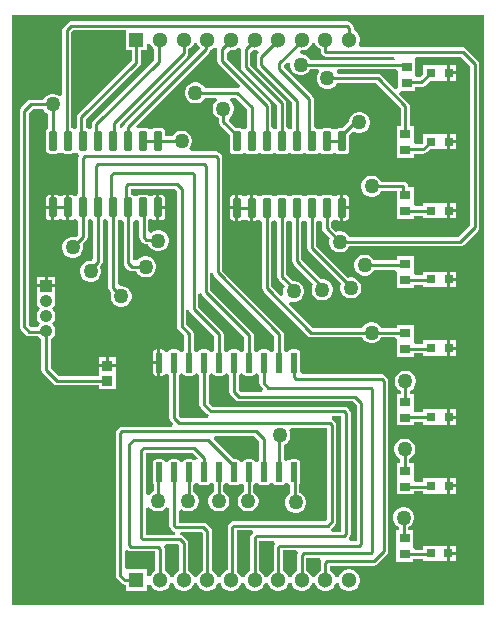
<source format=gtl>
G04*
G04 #@! TF.GenerationSoftware,Altium Limited,Altium Designer,25.2.1 (25)*
G04*
G04 Layer_Physical_Order=1*
G04 Layer_Color=255*
%FSLAX44Y44*%
%MOMM*%
G71*
G04*
G04 #@! TF.SameCoordinates,3A3D6F5A-BCF4-428E-B5E6-7A3BCBBF857E*
G04*
G04*
G04 #@! TF.FilePolarity,Positive*
G04*
G01*
G75*
%ADD14C,0.2540*%
%ADD15R,0.8000X0.8000*%
G04:AMPARAMS|DCode=16|XSize=0.65mm|YSize=1.65mm|CornerRadius=0.0488mm|HoleSize=0mm|Usage=FLASHONLY|Rotation=180.000|XOffset=0mm|YOffset=0mm|HoleType=Round|Shape=RoundedRectangle|*
%AMROUNDEDRECTD16*
21,1,0.6500,1.5525,0,0,180.0*
21,1,0.5525,1.6500,0,0,180.0*
1,1,0.0975,-0.2763,0.7763*
1,1,0.0975,0.2763,0.7763*
1,1,0.0975,0.2763,-0.7763*
1,1,0.0975,-0.2763,-0.7763*
%
%ADD16ROUNDEDRECTD16*%
G04:AMPARAMS|DCode=17|XSize=0.55mm|YSize=1.7mm|CornerRadius=0.0495mm|HoleSize=0mm|Usage=FLASHONLY|Rotation=0.000|XOffset=0mm|YOffset=0mm|HoleType=Round|Shape=RoundedRectangle|*
%AMROUNDEDRECTD17*
21,1,0.5500,1.6010,0,0,0.0*
21,1,0.4510,1.7000,0,0,0.0*
1,1,0.0990,0.2255,-0.8005*
1,1,0.0990,-0.2255,-0.8005*
1,1,0.0990,-0.2255,0.8005*
1,1,0.0990,0.2255,0.8005*
%
%ADD17ROUNDEDRECTD17*%
%ADD18R,0.9500X0.8000*%
%ADD19R,0.9500X0.9500*%
%ADD25R,1.3000X1.3000*%
%ADD26C,1.3000*%
%ADD30C,1.0500*%
%ADD31R,1.0500X1.0500*%
%ADD32C,1.2700*%
G36*
X1099000Y604000D02*
X1096460Y604000D01*
X699000D01*
Y1103629D01*
X701386Y1104000D01*
X1099000D01*
Y604000D01*
D02*
G37*
%LPC*%
G36*
X1070020Y1061290D02*
Y1056020D01*
X1075290D01*
Y1061290D01*
X1070020D01*
D02*
G37*
G36*
X1075290Y1053480D02*
X1070020D01*
Y1048210D01*
X1075290D01*
Y1053480D01*
D02*
G37*
G36*
X1070020Y1003004D02*
Y997734D01*
X1075290D01*
Y1003004D01*
X1070020D01*
D02*
G37*
G36*
X1075290Y995194D02*
X1070020D01*
Y989924D01*
X1075290D01*
Y995194D01*
D02*
G37*
G36*
X745230Y951600D02*
X743738D01*
X742557Y951365D01*
X741564Y950701D01*
X741551Y950695D01*
X738749D01*
X738737Y950701D01*
X737744Y951365D01*
X736563Y951600D01*
X735070D01*
Y940750D01*
Y929901D01*
X736563D01*
X737744Y930136D01*
X738737Y930799D01*
X738749Y930805D01*
X741551D01*
X741564Y930799D01*
X742557Y930136D01*
X743738Y929901D01*
X745230D01*
Y940750D01*
Y951600D01*
D02*
G37*
G36*
X900980Y951350D02*
X899488D01*
X898307Y951115D01*
X897314Y950452D01*
X897301Y950446D01*
X894499D01*
X894487Y950452D01*
X893494Y951115D01*
X892313Y951350D01*
X890820D01*
Y940501D01*
Y929651D01*
X892313D01*
X893494Y929886D01*
X894487Y930549D01*
X894499Y930555D01*
X897301D01*
X897314Y930549D01*
X898307Y929886D01*
X899488Y929651D01*
X900980D01*
Y940501D01*
Y951350D01*
D02*
G37*
G36*
X823970Y951600D02*
Y942020D01*
X828549D01*
Y948513D01*
X828315Y949694D01*
X827645Y950695D01*
X826644Y951365D01*
X825463Y951600D01*
X823970D01*
D02*
G37*
G36*
X732530D02*
X731038D01*
X729856Y951365D01*
X728855Y950695D01*
X728186Y949694D01*
X727951Y948513D01*
Y942020D01*
X732530D01*
Y951600D01*
D02*
G37*
G36*
X979720Y951350D02*
Y941771D01*
X984300D01*
Y948263D01*
X984065Y949444D01*
X983395Y950446D01*
X982394Y951115D01*
X981213Y951350D01*
X979720D01*
D02*
G37*
G36*
X888280D02*
X886788D01*
X885607Y951115D01*
X884605Y950446D01*
X883936Y949444D01*
X883701Y948263D01*
Y941771D01*
X888280D01*
Y951350D01*
D02*
G37*
G36*
X1070020Y944718D02*
Y939448D01*
X1075290D01*
Y944718D01*
X1070020D01*
D02*
G37*
G36*
X1075290Y936908D02*
X1070020D01*
Y931638D01*
X1075290D01*
Y936908D01*
D02*
G37*
G36*
X1004920Y967640D02*
X1002580D01*
X1000319Y967034D01*
X998291Y965864D01*
X996636Y964209D01*
X995466Y962181D01*
X994860Y959920D01*
Y957580D01*
X995466Y955319D01*
X996636Y953291D01*
X998291Y951636D01*
X1000319Y950466D01*
X1002580Y949860D01*
X1004920D01*
X1007181Y950466D01*
X1009209Y951636D01*
X1010864Y953291D01*
X1011773Y954865D01*
X1024710D01*
Y946866D01*
X1024710Y944746D01*
X1024710Y942206D01*
Y931246D01*
X1039290D01*
Y933901D01*
X1047210D01*
Y931638D01*
X1059670D01*
X1060290Y931638D01*
X1062210D01*
X1062830Y931638D01*
X1067480D01*
Y938178D01*
Y944718D01*
X1062830D01*
X1062210Y944718D01*
X1060290D01*
X1059670Y944718D01*
X1047210D01*
Y941670D01*
X1041086D01*
X1039290Y943466D01*
Y944326D01*
X1039290Y946866D01*
Y957826D01*
X1034397D01*
Y958750D01*
X1034101Y960237D01*
X1033259Y961497D01*
X1031999Y962339D01*
X1030512Y962635D01*
X1011773D01*
X1010864Y964209D01*
X1009209Y965864D01*
X1007181Y967034D01*
X1004920Y967640D01*
D02*
G37*
G36*
X828549Y939480D02*
X823970D01*
Y929901D01*
X825463D01*
X826644Y930136D01*
X827645Y930805D01*
X828315Y931806D01*
X828549Y932988D01*
Y939480D01*
D02*
G37*
G36*
X732530D02*
X727951D01*
Y932988D01*
X728186Y931806D01*
X728855Y930805D01*
X729856Y930136D01*
X731038Y929901D01*
X732530D01*
Y939480D01*
D02*
G37*
G36*
X984300Y939231D02*
X979720D01*
Y929651D01*
X981213D01*
X982394Y929886D01*
X983395Y930555D01*
X984065Y931557D01*
X984300Y932738D01*
Y939231D01*
D02*
G37*
G36*
X888280D02*
X883701D01*
Y932738D01*
X883936Y931557D01*
X884605Y930555D01*
X885607Y929886D01*
X886788Y929651D01*
X888280D01*
Y939231D01*
D02*
G37*
G36*
X983012Y1098384D02*
X749000D01*
X747513Y1098089D01*
X746253Y1097246D01*
X742878Y1093872D01*
X742036Y1092612D01*
X741740Y1091125D01*
Y1036174D01*
X739209Y1035114D01*
X737181Y1036284D01*
X734920Y1036890D01*
X732580D01*
X730319Y1036284D01*
X728291Y1035114D01*
X726636Y1033459D01*
X725727Y1031885D01*
X715000D01*
X713513Y1031589D01*
X712253Y1030747D01*
X706753Y1025247D01*
X705911Y1023987D01*
X705615Y1022500D01*
Y840000D01*
X705911Y838513D01*
X706753Y837253D01*
X711003Y833003D01*
X712263Y832161D01*
X713750Y831865D01*
X721507D01*
X721766Y831417D01*
X723217Y829967D01*
X724115Y829448D01*
Y803250D01*
X724411Y801763D01*
X725253Y800503D01*
X734253Y791503D01*
X735513Y790661D01*
X737000Y790365D01*
X772710D01*
Y786960D01*
X787290D01*
Y799460D01*
Y805480D01*
X780000D01*
X772710D01*
Y798135D01*
X738609D01*
X731885Y804859D01*
Y829448D01*
X732783Y829967D01*
X734233Y831417D01*
X735259Y833193D01*
X735790Y835174D01*
Y837226D01*
X735259Y839207D01*
X734233Y840983D01*
X732883Y842550D01*
X734233Y844117D01*
X735259Y845893D01*
X735790Y847875D01*
Y849926D01*
X735259Y851907D01*
X734233Y853683D01*
X732883Y855250D01*
X734233Y856817D01*
X735259Y858593D01*
X735790Y860574D01*
Y862626D01*
X735430Y863970D01*
X735790Y866510D01*
X735790D01*
Y873030D01*
X728000D01*
X720210D01*
Y866510D01*
X720210Y866510D01*
X720570Y863970D01*
X720210Y862626D01*
Y860574D01*
X720741Y858593D01*
X721766Y856817D01*
X723116Y855250D01*
X721766Y853683D01*
X720741Y851907D01*
X720210Y849926D01*
Y847875D01*
X720741Y845893D01*
X721766Y844117D01*
X723116Y842550D01*
X721766Y840983D01*
X720988Y839635D01*
X715359D01*
X713385Y841609D01*
Y1020891D01*
X716609Y1024115D01*
X725727D01*
X726636Y1022541D01*
X728291Y1020886D01*
X729891Y1019963D01*
Y1007871D01*
X729856Y1007864D01*
X728855Y1007195D01*
X728186Y1006194D01*
X727951Y1005012D01*
Y989488D01*
X728186Y988306D01*
X728855Y987305D01*
X729856Y986636D01*
X731038Y986401D01*
X736563D01*
X737744Y986636D01*
X738737Y987299D01*
X738749Y987305D01*
X741551D01*
X741564Y987299D01*
X742557Y986636D01*
X743738Y986401D01*
X749263D01*
X750444Y986636D01*
X751437Y987299D01*
X751449Y987305D01*
X754251D01*
X754264Y987299D01*
X754509Y987135D01*
X755262Y986578D01*
X755523Y983993D01*
X755316Y982950D01*
Y952872D01*
X754302Y950727D01*
X754302Y950726D01*
X754248Y950701D01*
X752850Y950698D01*
X751452Y950701D01*
X751399Y950726D01*
X750444Y951365D01*
X749263Y951600D01*
X749263Y951600D01*
X749180Y951600D01*
X747770D01*
Y940750D01*
Y929901D01*
X749180D01*
X749263Y929901D01*
X749263Y929901D01*
X750444Y930136D01*
X751399Y930774D01*
X751452Y930799D01*
X752850Y930803D01*
X753088Y930802D01*
X755272Y928786D01*
X755340Y928645D01*
Y917334D01*
X753426Y915420D01*
X751670Y915890D01*
X749330D01*
X747069Y915284D01*
X745041Y914114D01*
X743386Y912459D01*
X742216Y910431D01*
X741610Y908170D01*
Y905830D01*
X742216Y903569D01*
X743386Y901541D01*
X745041Y899886D01*
X747069Y898716D01*
X749330Y898110D01*
X751670D01*
X753931Y898716D01*
X755959Y899886D01*
X757614Y901541D01*
X758784Y903569D01*
X759390Y905830D01*
Y908170D01*
X758920Y909926D01*
X761972Y912978D01*
X762814Y914239D01*
X763110Y915725D01*
Y930129D01*
X763144Y930136D01*
X764137Y930799D01*
X764149Y930805D01*
X765758D01*
X768016Y928706D01*
Y897820D01*
X766920Y895640D01*
X764580D01*
X762319Y895034D01*
X760291Y893864D01*
X758636Y892209D01*
X757466Y890181D01*
X756860Y887920D01*
Y885580D01*
X757466Y883319D01*
X758636Y881291D01*
X760291Y879636D01*
X762319Y878466D01*
X764580Y877860D01*
X766920D01*
X769181Y878466D01*
X771209Y879636D01*
X772864Y881291D01*
X774034Y883319D01*
X774640Y885580D01*
Y887920D01*
X774034Y890181D01*
X773512Y891086D01*
X774647Y892221D01*
X775489Y893482D01*
X775785Y894968D01*
Y930124D01*
X775844Y930136D01*
X776837Y930799D01*
X776849Y930805D01*
X778458D01*
X780716Y928706D01*
Y872969D01*
X781011Y871482D01*
X781853Y870222D01*
X783201Y868875D01*
X782610Y866670D01*
Y864330D01*
X783216Y862069D01*
X784386Y860041D01*
X786041Y858386D01*
X788069Y857216D01*
X790330Y856610D01*
X792670D01*
X794931Y857216D01*
X796959Y858386D01*
X798614Y860041D01*
X799784Y862069D01*
X800390Y864330D01*
Y866670D01*
X799784Y868931D01*
X798614Y870959D01*
X796959Y872614D01*
X794931Y873784D01*
X792670Y874390D01*
X790330D01*
X788485Y876525D01*
Y928629D01*
X789159Y930056D01*
X791831Y930421D01*
X793604Y928838D01*
X793641Y928779D01*
Y893475D01*
X793936Y891988D01*
X794778Y890728D01*
X797753Y887753D01*
X799013Y886911D01*
X800500Y886615D01*
X804228D01*
X805136Y885041D01*
X806791Y883386D01*
X808819Y882216D01*
X811080Y881610D01*
X813420D01*
X815681Y882216D01*
X817709Y883386D01*
X819364Y885041D01*
X820534Y887069D01*
X821140Y889330D01*
Y891670D01*
X820534Y893931D01*
X819364Y895959D01*
X817709Y897614D01*
X815681Y898784D01*
X813420Y899390D01*
X811080D01*
X808819Y898784D01*
X806791Y897614D01*
X805136Y895959D01*
X802315Y896152D01*
X801410Y896994D01*
Y928789D01*
X803720Y930802D01*
X804676Y930800D01*
X806865Y929090D01*
Y915500D01*
X807161Y914013D01*
X808003Y912753D01*
X810093Y910663D01*
X811353Y909821D01*
X812840Y909525D01*
X814660D01*
X814716Y909319D01*
X815886Y907291D01*
X817541Y905636D01*
X819569Y904466D01*
X821830Y903860D01*
X824170D01*
X826431Y904466D01*
X828459Y905636D01*
X830114Y907291D01*
X831284Y909319D01*
X831890Y911580D01*
Y913920D01*
X831284Y916181D01*
X830114Y918209D01*
X828459Y919864D01*
X826431Y921034D01*
X824170Y921640D01*
X821830D01*
X819569Y921034D01*
X817541Y919864D01*
X817175Y919497D01*
X814635Y920549D01*
Y928329D01*
X814899Y930774D01*
X814899Y930774D01*
X814952Y930799D01*
X816350Y930803D01*
X817748Y930799D01*
X817802Y930774D01*
X818756Y930136D01*
X819938Y929901D01*
X819938Y929901D01*
X820021Y929901D01*
X821430D01*
Y940750D01*
Y951600D01*
X820021D01*
X819938Y951600D01*
X819938Y951600D01*
X818756Y951365D01*
X817802Y950726D01*
X817748Y950701D01*
X816350Y950698D01*
X814952Y950701D01*
X814899Y950726D01*
X813944Y951365D01*
X812763Y951600D01*
X812763Y951600D01*
X812680Y951600D01*
X807321D01*
X807238Y951600D01*
X807238Y951600D01*
X806057Y951365D01*
X805102Y950726D01*
X805048Y950701D01*
X803650Y950698D01*
X802253Y950701D01*
X802199Y950726D01*
X801244Y951365D01*
X800063Y951600D01*
X800063Y951600D01*
X799935Y951727D01*
Y956615D01*
X837403D01*
X838975Y955043D01*
Y840140D01*
X839271Y838653D01*
X840113Y837393D01*
X845115Y832391D01*
Y820067D01*
X844557Y819694D01*
X843977Y818825D01*
X842958Y818690D01*
X842342D01*
X841323Y818825D01*
X840743Y819694D01*
X839739Y820364D01*
X838555Y820600D01*
X834045D01*
X832861Y820364D01*
X831857Y819694D01*
X831277Y818825D01*
X830258Y818690D01*
X829642D01*
X828623Y818825D01*
X828043Y819694D01*
X827039Y820364D01*
X825855Y820600D01*
X824870D01*
Y809500D01*
Y798401D01*
X825855D01*
X827039Y798636D01*
X828043Y799307D01*
X828623Y800176D01*
X829642Y800311D01*
X830258D01*
X831277Y800176D01*
X831857Y799307D01*
X832415Y798934D01*
Y762700D01*
X832711Y761213D01*
X833553Y759953D01*
X835832Y757675D01*
X834780Y755135D01*
X792488D01*
X791001Y754839D01*
X789741Y753997D01*
X788253Y752509D01*
X787411Y751249D01*
X787115Y749762D01*
Y629000D01*
X787411Y627514D01*
X788253Y626253D01*
X792003Y622503D01*
X793263Y621661D01*
X794750Y621365D01*
X795460D01*
Y616210D01*
X813540D01*
Y621413D01*
X816076Y621761D01*
X817266Y619699D01*
X818950Y618016D01*
X821011Y616826D01*
X823310Y616210D01*
X825690D01*
X827990Y616826D01*
X830051Y618016D01*
X831734Y619699D01*
X832924Y621761D01*
X833185Y622736D01*
X835815D01*
X836076Y621761D01*
X837266Y619699D01*
X838950Y618016D01*
X841011Y616826D01*
X843310Y616210D01*
X845690D01*
X847990Y616826D01*
X850051Y618016D01*
X851734Y619699D01*
X852924Y621761D01*
X853185Y622736D01*
X855815D01*
X856076Y621761D01*
X857266Y619699D01*
X858950Y618016D01*
X861011Y616826D01*
X863310Y616210D01*
X865690D01*
X867990Y616826D01*
X870051Y618016D01*
X871734Y619699D01*
X872924Y621761D01*
X873185Y622736D01*
X875815D01*
X876076Y621761D01*
X877266Y619699D01*
X878949Y618016D01*
X881011Y616826D01*
X883310Y616210D01*
X885690D01*
X887989Y616826D01*
X890051Y618016D01*
X891734Y619699D01*
X892924Y621761D01*
X893185Y622736D01*
X895815D01*
X896076Y621761D01*
X897266Y619699D01*
X898949Y618016D01*
X901011Y616826D01*
X903310Y616210D01*
X905690D01*
X907989Y616826D01*
X910051Y618016D01*
X911734Y619699D01*
X912924Y621761D01*
X913185Y622736D01*
X915815D01*
X916076Y621761D01*
X917266Y619699D01*
X918949Y618016D01*
X921011Y616826D01*
X923310Y616210D01*
X925690D01*
X927989Y616826D01*
X930051Y618016D01*
X931734Y619699D01*
X932924Y621761D01*
X933185Y622736D01*
X935815D01*
X936076Y621761D01*
X937266Y619699D01*
X938949Y618016D01*
X941011Y616826D01*
X943310Y616210D01*
X945690D01*
X947989Y616826D01*
X950051Y618016D01*
X951734Y619699D01*
X952924Y621761D01*
X953185Y622736D01*
X955815D01*
X956076Y621761D01*
X957266Y619699D01*
X958949Y618016D01*
X961011Y616826D01*
X963310Y616210D01*
X965690D01*
X967989Y616826D01*
X970051Y618016D01*
X971734Y619699D01*
X972924Y621761D01*
X973185Y622736D01*
X975815D01*
X976076Y621761D01*
X977266Y619699D01*
X978949Y618016D01*
X981011Y616826D01*
X983310Y616210D01*
X985690D01*
X987989Y616826D01*
X990051Y618016D01*
X991734Y619699D01*
X992924Y621761D01*
X993540Y624060D01*
Y626440D01*
X992924Y628739D01*
X991734Y630801D01*
X990051Y632484D01*
X987989Y633674D01*
X985690Y634290D01*
X983310D01*
X981011Y633674D01*
X978949Y632484D01*
X977266Y630801D01*
X976076Y628739D01*
X975815Y627764D01*
X973185D01*
X972924Y628739D01*
X971734Y630801D01*
X970051Y632484D01*
X968385Y633446D01*
Y637365D01*
X1005500D01*
X1006987Y637661D01*
X1008247Y638503D01*
X1016747Y647003D01*
X1017589Y648263D01*
X1017885Y649750D01*
Y794012D01*
X1017589Y795499D01*
X1016747Y796759D01*
X1015259Y798247D01*
X1013999Y799089D01*
X1012512Y799385D01*
X945217D01*
X943250Y801495D01*
Y817505D01*
X943014Y818689D01*
X942343Y819694D01*
X941339Y820364D01*
X940155Y820600D01*
X935645D01*
X934461Y820364D01*
X933457Y819694D01*
X932877Y818825D01*
X931858Y818690D01*
X931242D01*
X930223Y818825D01*
X929643Y819694D01*
X929085Y820067D01*
Y833800D01*
X928789Y835286D01*
X927947Y836547D01*
X877135Y887359D01*
Y983012D01*
X876839Y984499D01*
X875997Y985759D01*
X874509Y987247D01*
X873249Y988089D01*
X871762Y988385D01*
X850299D01*
X849247Y990925D01*
X849864Y991541D01*
X851034Y993569D01*
X851640Y995830D01*
Y998170D01*
X851034Y1000431D01*
X849864Y1002459D01*
X848209Y1004114D01*
X846181Y1005284D01*
X843920Y1005890D01*
X841580D01*
X839319Y1005284D01*
X837291Y1004114D01*
X835636Y1002459D01*
X834727Y1000885D01*
X828549D01*
Y1005012D01*
X828315Y1006194D01*
X827645Y1007195D01*
X826644Y1007864D01*
X825463Y1008099D01*
X819938D01*
X818756Y1007864D01*
X817764Y1007201D01*
X817751Y1007195D01*
X814949D01*
X814937Y1007201D01*
X813944Y1007864D01*
X812763Y1008099D01*
X807238D01*
X806057Y1007864D01*
X803849Y1009444D01*
X803729Y1009735D01*
X865872Y1071878D01*
X866714Y1073138D01*
X866892Y1074032D01*
X867990Y1074326D01*
X870051Y1075516D01*
X870710Y1076175D01*
X872506Y1075484D01*
X873115Y1074989D01*
Y1064750D01*
X873411Y1063263D01*
X874253Y1062003D01*
X892038Y1044218D01*
X891433Y1041492D01*
X891285Y1041379D01*
X890000Y1041635D01*
X862523D01*
X861614Y1043209D01*
X859959Y1044864D01*
X857931Y1046034D01*
X855670Y1046640D01*
X853330D01*
X851069Y1046034D01*
X849041Y1044864D01*
X847386Y1043209D01*
X846216Y1041181D01*
X845610Y1038920D01*
Y1036580D01*
X846216Y1034319D01*
X847386Y1032291D01*
X849041Y1030636D01*
X851069Y1029466D01*
X853330Y1028860D01*
X855670D01*
X857931Y1029466D01*
X859959Y1030636D01*
X861614Y1032291D01*
X862523Y1033865D01*
X871794D01*
X872499Y1031505D01*
X872503Y1031325D01*
X870886Y1029709D01*
X869716Y1027681D01*
X869110Y1025420D01*
Y1023080D01*
X869716Y1020819D01*
X870886Y1018791D01*
X872541Y1017136D01*
X874115Y1016227D01*
Y1013551D01*
X874411Y1012064D01*
X875253Y1010804D01*
X883701Y1002356D01*
Y989238D01*
X883936Y988057D01*
X884605Y987055D01*
X885607Y986386D01*
X886788Y986151D01*
X892230D01*
X892313Y986151D01*
X892313Y986151D01*
X893494Y986386D01*
X894449Y987024D01*
X894503Y987049D01*
X895900Y987053D01*
X897298Y987049D01*
X897352Y987024D01*
X898307Y986386D01*
X899488Y986151D01*
X899488Y986151D01*
X899571Y986151D01*
X904930D01*
X905013Y986151D01*
X905013Y986151D01*
X906194Y986386D01*
X907149Y987024D01*
X907203Y987049D01*
X908600Y987053D01*
X909998Y987049D01*
X910052Y987024D01*
X911006Y986386D01*
X912188Y986151D01*
X912188Y986151D01*
X912271Y986151D01*
X917713D01*
X918894Y986386D01*
X919887Y987049D01*
X919899Y987055D01*
X922701D01*
X922714Y987049D01*
X923707Y986386D01*
X924888Y986151D01*
X930413D01*
X931594Y986386D01*
X932587Y987049D01*
X932599Y987055D01*
X935401D01*
X935414Y987049D01*
X936406Y986386D01*
X937588Y986151D01*
X943113D01*
X944294Y986386D01*
X945287Y987049D01*
X945299Y987055D01*
X948101D01*
X948114Y987049D01*
X949107Y986386D01*
X950288Y986151D01*
X955730D01*
X955813Y986151D01*
X955813Y986151D01*
X956994Y986386D01*
X957949Y987024D01*
X958003Y987049D01*
X959400Y987053D01*
X960798Y987049D01*
X960852Y987024D01*
X961806Y986386D01*
X962988Y986151D01*
X962988Y986151D01*
X963071Y986151D01*
X968513D01*
X969694Y986386D01*
X970687Y987049D01*
X970699Y987055D01*
X973501D01*
X973514Y987049D01*
X974507Y986386D01*
X975688Y986151D01*
X981213D01*
X982394Y986386D01*
X983395Y987055D01*
X984065Y988057D01*
X984300Y989238D01*
Y1002356D01*
X987686Y1005742D01*
X987791Y1005636D01*
X989819Y1004466D01*
X992080Y1003860D01*
X994420D01*
X996681Y1004466D01*
X998709Y1005636D01*
X1000364Y1007291D01*
X1001534Y1009319D01*
X1002140Y1011580D01*
Y1013920D01*
X1001534Y1016181D01*
X1000364Y1018209D01*
X998709Y1019864D01*
X996681Y1021034D01*
X994420Y1021640D01*
X992080D01*
X989819Y1021034D01*
X987791Y1019864D01*
X986136Y1018209D01*
X984966Y1016181D01*
X984360Y1013920D01*
Y1013404D01*
X978806Y1007850D01*
X975688D01*
X974507Y1007615D01*
X973514Y1006951D01*
X973501Y1006945D01*
X970699D01*
X970687Y1006951D01*
X969694Y1007615D01*
X968513Y1007850D01*
X963071D01*
X962988Y1007850D01*
X962988Y1007850D01*
X961806Y1007615D01*
X960852Y1006977D01*
X960798Y1006951D01*
X959400Y1006948D01*
X958003Y1006951D01*
X957949Y1006977D01*
X956994Y1007615D01*
X955813Y1007850D01*
X955813Y1007850D01*
X954635Y1009936D01*
Y1032750D01*
X954339Y1034237D01*
X953497Y1035497D01*
X929385Y1059609D01*
Y1061173D01*
X932291Y1064080D01*
X934335Y1063058D01*
X934610Y1062806D01*
Y1060580D01*
X935216Y1058319D01*
X936386Y1056291D01*
X938041Y1054636D01*
X940069Y1053466D01*
X942330Y1052860D01*
X944670D01*
X946931Y1053466D01*
X948959Y1054636D01*
X950614Y1056291D01*
X951523Y1057865D01*
X957951D01*
X958909Y1055919D01*
X959059Y1055325D01*
X957966Y1053431D01*
X957360Y1051170D01*
Y1048830D01*
X957966Y1046569D01*
X959136Y1044541D01*
X960791Y1042886D01*
X962819Y1041716D01*
X965080Y1041110D01*
X967420D01*
X969681Y1041716D01*
X971709Y1042886D01*
X973364Y1044541D01*
X974273Y1046115D01*
X1007141D01*
X1028115Y1025141D01*
Y1009433D01*
X1024710D01*
Y998473D01*
X1024710Y996353D01*
X1024710Y993813D01*
Y982853D01*
X1039290D01*
Y986365D01*
X1047536D01*
X1049023Y986661D01*
X1050283Y987503D01*
X1052704Y989924D01*
X1059670D01*
X1060290Y989924D01*
X1062210D01*
X1062830Y989924D01*
X1067480D01*
Y996464D01*
Y1003004D01*
X1062830D01*
X1062210Y1003004D01*
X1060290D01*
X1059670Y1003004D01*
X1047210D01*
Y995418D01*
X1045927Y994135D01*
X1040067D01*
X1039290Y996353D01*
X1039290Y998473D01*
Y1009433D01*
X1035885D01*
Y1026750D01*
X1035589Y1028237D01*
X1034747Y1029497D01*
X1027074Y1037170D01*
X1028126Y1039710D01*
X1040540D01*
Y1042865D01*
X1045750D01*
X1047237Y1043161D01*
X1048497Y1044003D01*
X1052704Y1048210D01*
X1059670D01*
X1060290Y1048210D01*
X1062210D01*
X1062830Y1048210D01*
X1067480D01*
Y1054750D01*
Y1061290D01*
X1062830D01*
X1062210Y1061290D01*
X1060290D01*
X1059670Y1061290D01*
X1047210D01*
Y1053704D01*
X1044661Y1051154D01*
X1041816D01*
X1040540Y1052431D01*
X1040540Y1055330D01*
Y1066015D01*
X1040540Y1066290D01*
X1041203Y1068556D01*
X1079371D01*
X1087115Y1060811D01*
Y925609D01*
X1077141Y915635D01*
X984772D01*
X983864Y917209D01*
X982209Y918864D01*
X980181Y920034D01*
X977920Y920640D01*
X975580D01*
X973824Y920170D01*
X969385Y924609D01*
Y928546D01*
X970649Y930524D01*
X970649Y930524D01*
X970703Y930550D01*
X972100Y930553D01*
X973498Y930550D01*
X973552Y930524D01*
X974507Y929886D01*
X975688Y929651D01*
X975688Y929651D01*
X975771Y929651D01*
X977180D01*
Y940501D01*
Y951350D01*
X975771D01*
X975688Y951350D01*
X975688Y951350D01*
X974507Y951115D01*
X973552Y950477D01*
X973498Y950452D01*
X972100Y950448D01*
X970703Y950452D01*
X970649Y950477D01*
X969694Y951115D01*
X968513Y951350D01*
X968513Y951350D01*
X968429Y951350D01*
X963071D01*
X962988Y951350D01*
X962988Y951350D01*
X961806Y951115D01*
X960852Y950477D01*
X960798Y950452D01*
X959400Y950448D01*
X958003Y950452D01*
X957949Y950477D01*
X956994Y951115D01*
X955813Y951350D01*
X955813Y951350D01*
X955730Y951350D01*
X950371D01*
X950288Y951350D01*
X950288Y951350D01*
X949107Y951115D01*
X948152Y950477D01*
X948098Y950452D01*
X946700Y950448D01*
X945303Y950452D01*
X945249Y950477D01*
X944294Y951115D01*
X943113Y951350D01*
X943113Y951350D01*
X943029Y951350D01*
X937671D01*
X937588Y951350D01*
X937588Y951350D01*
X936406Y951115D01*
X935452Y950477D01*
X935398Y950452D01*
X934000Y950448D01*
X932603Y950452D01*
X932549Y950477D01*
X931594Y951115D01*
X930413Y951350D01*
X930413Y951350D01*
X930330Y951350D01*
X924971D01*
X924888Y951350D01*
X924888Y951350D01*
X923707Y951115D01*
X922752Y950477D01*
X922698Y950452D01*
X921300Y950448D01*
X919903Y950452D01*
X919849Y950477D01*
X918894Y951115D01*
X917713Y951350D01*
X917713Y951350D01*
X917629Y951350D01*
X912271D01*
X912188Y951350D01*
X912188Y951350D01*
X911006Y951115D01*
X910052Y950477D01*
X909998Y950452D01*
X908600Y950448D01*
X907203Y950452D01*
X907149Y950477D01*
X906194Y951115D01*
X905013Y951350D01*
X905013Y951350D01*
X904930Y951350D01*
X903520D01*
Y940501D01*
Y929651D01*
X904930D01*
X905013Y929651D01*
X905013Y929651D01*
X906194Y929886D01*
X907149Y930524D01*
X907203Y930550D01*
X908600Y930553D01*
X908811Y930553D01*
X910995Y928528D01*
X911066Y928379D01*
Y872300D01*
X911361Y870813D01*
X912203Y869553D01*
X949753Y832003D01*
X951013Y831161D01*
X952500Y830865D01*
X995727D01*
X996636Y829291D01*
X998291Y827636D01*
X1000319Y826466D01*
X1002580Y825860D01*
X1004920D01*
X1007181Y826466D01*
X1009209Y827636D01*
X1010864Y829291D01*
X1011773Y830865D01*
X1022914D01*
X1024710Y829069D01*
Y828032D01*
X1024710Y825492D01*
Y814532D01*
X1039290D01*
Y817187D01*
X1047210D01*
Y815067D01*
X1059670D01*
X1060290Y815067D01*
X1062210D01*
X1062830Y815067D01*
X1067480D01*
Y821607D01*
Y828147D01*
X1062830D01*
X1062210Y828147D01*
X1060290D01*
X1059670Y828147D01*
X1047210D01*
Y824956D01*
X1041086D01*
X1039290Y826752D01*
Y827612D01*
X1039290Y830152D01*
Y841112D01*
X1024710D01*
Y838635D01*
X1011773D01*
X1010864Y840209D01*
X1009209Y841864D01*
X1007181Y843034D01*
X1004920Y843640D01*
X1002580D01*
X1000319Y843034D01*
X998291Y841864D01*
X996636Y840209D01*
X995727Y838635D01*
X954109D01*
X933848Y858895D01*
X935163Y861172D01*
X936330Y860860D01*
X938670D01*
X940931Y861466D01*
X942959Y862636D01*
X944614Y864291D01*
X945784Y866319D01*
X946390Y868580D01*
Y870920D01*
X945784Y873181D01*
X944614Y875209D01*
X942959Y876864D01*
X940931Y878034D01*
X938670Y878640D01*
X936773D01*
X931535Y883878D01*
Y928379D01*
X932089Y929551D01*
X934870Y929942D01*
X936395Y928528D01*
X936466Y928379D01*
Y895149D01*
X936761Y893662D01*
X937603Y892402D01*
X954238Y875768D01*
X953466Y874431D01*
X952860Y872170D01*
Y869830D01*
X953466Y867569D01*
X954636Y865541D01*
X956291Y863886D01*
X958319Y862716D01*
X960580Y862110D01*
X962920D01*
X965181Y862716D01*
X967209Y863886D01*
X968864Y865541D01*
X970034Y867569D01*
X970640Y869830D01*
Y872170D01*
X970034Y874431D01*
X968864Y876459D01*
X967209Y878114D01*
X965181Y879284D01*
X962920Y879890D01*
X961103D01*
X944235Y896758D01*
Y928379D01*
X944789Y929551D01*
X947570Y929942D01*
X949095Y928528D01*
X949166Y928379D01*
Y906654D01*
X949461Y905167D01*
X950303Y903907D01*
X977889Y876321D01*
X977716Y876021D01*
X977110Y873760D01*
Y871420D01*
X977716Y869159D01*
X978886Y867131D01*
X980541Y865476D01*
X982569Y864306D01*
X984830Y863700D01*
X987170D01*
X989431Y864306D01*
X991459Y865476D01*
X993114Y867131D01*
X994284Y869159D01*
X994890Y871420D01*
Y873760D01*
X994284Y876021D01*
X993114Y878049D01*
X991459Y879704D01*
X989431Y880874D01*
X987170Y881480D01*
X984830D01*
X983953Y881245D01*
X956935Y908263D01*
Y928379D01*
X957330Y929215D01*
X960256Y929651D01*
X961616Y928363D01*
Y923000D01*
X961911Y921513D01*
X962753Y920253D01*
X968330Y914676D01*
X967860Y912920D01*
Y910580D01*
X968466Y908319D01*
X969636Y906291D01*
X971291Y904636D01*
X973319Y903466D01*
X975580Y902860D01*
X977920D01*
X980181Y903466D01*
X982209Y904636D01*
X983864Y906291D01*
X984772Y907865D01*
X1078750D01*
X1080237Y908161D01*
X1081497Y909003D01*
X1093747Y921253D01*
X1094589Y922513D01*
X1094885Y924000D01*
Y1062420D01*
X1094589Y1063907D01*
X1093747Y1065167D01*
X1083727Y1075187D01*
X1082466Y1076029D01*
X1080980Y1076325D01*
X994162D01*
X992696Y1078865D01*
X992924Y1079261D01*
X993540Y1081560D01*
Y1083940D01*
X992924Y1086239D01*
X991734Y1088301D01*
X990051Y1089984D01*
X988385Y1090946D01*
Y1093012D01*
X988089Y1094498D01*
X987247Y1095759D01*
X985759Y1097246D01*
X984499Y1098089D01*
X983012Y1098384D01*
D02*
G37*
G36*
X1070020Y886433D02*
Y881163D01*
X1075290D01*
Y886433D01*
X1070020D01*
D02*
G37*
G36*
X735790Y882090D02*
X729270D01*
Y875570D01*
X735790D01*
Y882090D01*
D02*
G37*
G36*
X726730D02*
X720210D01*
Y875570D01*
X726730D01*
Y882090D01*
D02*
G37*
G36*
X1075290Y878623D02*
X1070020D01*
Y873353D01*
X1075290D01*
Y878623D01*
D02*
G37*
G36*
X998920Y900890D02*
X996580D01*
X994319Y900284D01*
X992291Y899114D01*
X990636Y897459D01*
X989466Y895431D01*
X988860Y893170D01*
Y890830D01*
X989466Y888569D01*
X990636Y886541D01*
X992291Y884886D01*
X994319Y883716D01*
X996580Y883110D01*
X998920D01*
X1001181Y883716D01*
X1003209Y884886D01*
X1004864Y886541D01*
X1005772Y888115D01*
X1023760D01*
X1024710Y885969D01*
X1024710Y883849D01*
Y872889D01*
X1039290D01*
Y875544D01*
X1047210D01*
Y873353D01*
X1059670D01*
X1060290Y873353D01*
X1062210D01*
X1062830Y873353D01*
X1067480D01*
Y879893D01*
Y886433D01*
X1062830D01*
X1062210Y886433D01*
X1060290D01*
X1059670Y886433D01*
X1047210D01*
Y883313D01*
X1041086D01*
X1039290Y885109D01*
Y885969D01*
X1039290Y888509D01*
Y899469D01*
X1024710D01*
Y895885D01*
X1005772D01*
X1004864Y897459D01*
X1003209Y899114D01*
X1001181Y900284D01*
X998920Y900890D01*
D02*
G37*
G36*
X1070020Y828147D02*
Y822877D01*
X1075290D01*
Y828147D01*
X1070020D01*
D02*
G37*
G36*
X1075290Y820337D02*
X1070020D01*
Y815067D01*
X1075290D01*
Y820337D01*
D02*
G37*
G36*
X822330Y820600D02*
X821345D01*
X820161Y820364D01*
X819157Y819694D01*
X818486Y818689D01*
X818251Y817505D01*
Y810770D01*
X822330D01*
Y820600D01*
D02*
G37*
G36*
X787290Y814040D02*
X781270D01*
Y808020D01*
X787290D01*
Y814040D01*
D02*
G37*
G36*
X778730D02*
X772710D01*
Y808020D01*
X778730D01*
Y814040D01*
D02*
G37*
G36*
X822330Y808230D02*
X818251D01*
Y801495D01*
X818486Y800311D01*
X819157Y799307D01*
X820161Y798636D01*
X821345Y798401D01*
X822330D01*
Y808230D01*
D02*
G37*
G36*
X1070020Y769861D02*
Y764591D01*
X1075290D01*
Y769861D01*
X1070020D01*
D02*
G37*
G36*
X1075290Y762051D02*
X1070020D01*
Y756781D01*
X1075290D01*
Y762051D01*
D02*
G37*
G36*
X1033170Y802640D02*
X1030830D01*
X1028569Y802034D01*
X1026541Y800864D01*
X1024886Y799209D01*
X1023716Y797181D01*
X1023110Y794920D01*
Y792580D01*
X1023716Y790319D01*
X1024886Y788291D01*
X1026541Y786636D01*
X1028115Y785727D01*
Y782754D01*
X1024710D01*
Y771794D01*
X1024710Y769674D01*
X1024710Y767134D01*
Y756174D01*
X1039290D01*
Y759437D01*
X1047210D01*
Y756781D01*
X1059670D01*
X1060290Y756781D01*
X1062210D01*
X1062830Y756781D01*
X1067480D01*
Y763321D01*
Y769861D01*
X1062830D01*
X1062210Y769861D01*
X1060290D01*
X1059670Y769861D01*
X1047210D01*
Y767206D01*
X1039464D01*
X1039290Y769674D01*
X1039290Y771794D01*
Y782754D01*
X1035885D01*
Y785727D01*
X1037459Y786636D01*
X1039114Y788291D01*
X1040284Y790319D01*
X1040890Y792580D01*
Y794920D01*
X1040284Y797181D01*
X1039114Y799209D01*
X1037459Y800864D01*
X1035431Y802034D01*
X1033170Y802640D01*
D02*
G37*
G36*
X1070020Y711575D02*
Y706305D01*
X1075290D01*
Y711575D01*
X1070020D01*
D02*
G37*
G36*
X1075290Y703765D02*
X1070020D01*
Y698495D01*
X1075290D01*
Y703765D01*
D02*
G37*
G36*
X1032920Y745140D02*
X1030580D01*
X1028319Y744534D01*
X1026291Y743364D01*
X1024636Y741709D01*
X1023466Y739681D01*
X1022860Y737420D01*
Y735080D01*
X1023466Y732819D01*
X1024636Y730791D01*
X1026291Y729136D01*
X1027865Y728227D01*
Y724397D01*
X1024710D01*
Y713437D01*
X1024710Y711317D01*
X1024710Y708777D01*
Y697817D01*
X1039290D01*
Y700473D01*
X1047210D01*
Y698495D01*
X1059670D01*
X1060290Y698495D01*
X1062210D01*
X1062830Y698495D01*
X1067480D01*
Y705035D01*
Y711575D01*
X1062830D01*
X1062210Y711575D01*
X1060290D01*
X1059670Y711575D01*
X1047210D01*
Y708242D01*
X1041086D01*
X1039290Y710038D01*
Y710897D01*
X1039290Y713437D01*
Y724397D01*
X1035635D01*
Y728227D01*
X1037209Y729136D01*
X1038864Y730791D01*
X1040034Y732819D01*
X1040640Y735080D01*
Y737420D01*
X1040034Y739681D01*
X1038864Y741709D01*
X1037209Y743364D01*
X1035181Y744534D01*
X1032920Y745140D01*
D02*
G37*
G36*
X1069770Y654540D02*
Y649270D01*
X1075040D01*
Y654540D01*
X1069770D01*
D02*
G37*
G36*
X1075040Y646730D02*
X1069770D01*
Y641460D01*
X1075040D01*
Y646730D01*
D02*
G37*
G36*
X1031920Y687140D02*
X1029580D01*
X1027319Y686534D01*
X1025291Y685364D01*
X1023636Y683709D01*
X1022466Y681681D01*
X1021860Y679420D01*
Y677080D01*
X1022466Y674819D01*
X1023636Y672791D01*
X1025291Y671136D01*
X1026865Y670228D01*
Y667290D01*
X1024460D01*
Y656330D01*
X1024460Y654210D01*
X1024460Y651670D01*
Y640710D01*
X1039040D01*
Y643366D01*
X1046960D01*
Y641460D01*
X1059420D01*
X1060040Y641460D01*
X1061960D01*
X1062580Y641460D01*
X1067230D01*
Y648000D01*
Y654540D01*
X1062580D01*
X1061960Y654540D01*
X1060040D01*
X1059420Y654540D01*
X1046960D01*
Y651135D01*
X1040836D01*
X1039040Y652931D01*
Y653790D01*
X1039040Y656330D01*
Y667290D01*
X1034635D01*
Y670228D01*
X1036209Y671136D01*
X1037864Y672791D01*
X1039034Y674819D01*
X1039640Y677080D01*
Y679420D01*
X1039034Y681681D01*
X1037864Y683709D01*
X1036209Y685364D01*
X1034181Y686534D01*
X1031920Y687140D01*
D02*
G37*
%LPD*%
G36*
X956077Y1079261D02*
X957267Y1077199D01*
X958950Y1075516D01*
X960616Y1074555D01*
Y1072750D01*
X960911Y1071263D01*
X961754Y1070003D01*
X962064Y1069693D01*
X963324Y1068851D01*
X964810Y1068556D01*
X1022520D01*
X1023791Y1066015D01*
X1023505Y1065635D01*
X951523D01*
X950614Y1067209D01*
X948959Y1068864D01*
X946931Y1070034D01*
X944670Y1070640D01*
X944406D01*
X943262Y1072232D01*
X943103Y1073180D01*
X943635Y1073710D01*
X945691D01*
X947990Y1074326D01*
X950051Y1075516D01*
X951734Y1077199D01*
X952924Y1079261D01*
X953186Y1080236D01*
X955815D01*
X956077Y1079261D01*
D02*
G37*
G36*
X1025960Y1056069D02*
X1025960Y1053210D01*
X1025960Y1050670D01*
Y1041876D01*
X1023420Y1040824D01*
X1011497Y1052747D01*
X1010237Y1053589D01*
X1008750Y1053885D01*
X975294D01*
X974219Y1055168D01*
X974045Y1055534D01*
X975385Y1057865D01*
X1024164D01*
X1025960Y1056069D01*
D02*
G37*
G36*
X856076Y1079261D02*
X857266Y1077199D01*
X858736Y1075730D01*
X794553Y1011547D01*
X793711Y1010287D01*
X793418Y1008814D01*
X793369Y1008783D01*
X790886Y1007851D01*
X790362Y1008360D01*
X790342Y1011598D01*
X847247Y1068503D01*
X848089Y1069764D01*
X848385Y1071250D01*
Y1074555D01*
X850051Y1075516D01*
X851734Y1077199D01*
X852924Y1079261D01*
X853185Y1080236D01*
X855815D01*
X856076Y1079261D01*
D02*
G37*
G36*
X795460Y1073710D02*
X800616D01*
Y1065109D01*
X755203Y1019697D01*
X754361Y1018437D01*
X754066Y1016950D01*
Y1007846D01*
X751796Y1007157D01*
X751486Y1007191D01*
X751399Y1007226D01*
X750444Y1007864D01*
X749510Y1008050D01*
Y1089516D01*
X750609Y1090615D01*
X795460D01*
Y1073710D01*
D02*
G37*
G36*
X817266Y1077199D02*
X818950Y1075516D01*
X819317Y1075304D01*
Y1065561D01*
X767903Y1014147D01*
X767061Y1012887D01*
X766766Y1011400D01*
Y1007846D01*
X764496Y1007157D01*
X764186Y1007191D01*
X764099Y1007226D01*
X763144Y1007864D01*
X761963Y1008099D01*
X761835D01*
Y1015341D01*
X807247Y1060753D01*
X808089Y1062014D01*
X808385Y1063500D01*
Y1073710D01*
X813540D01*
Y1078912D01*
X816076Y1079261D01*
X817266Y1077199D01*
D02*
G37*
G36*
X898366Y1023891D02*
Y1009122D01*
X897352Y1006977D01*
X897352Y1006977D01*
X897298Y1006951D01*
X895900Y1006948D01*
X894503Y1006951D01*
X894449Y1006977D01*
X893494Y1007615D01*
X892313Y1007850D01*
X892313Y1007850D01*
X892230Y1007850D01*
X889195D01*
X883033Y1014012D01*
X883369Y1017085D01*
X883459Y1017136D01*
X885114Y1018791D01*
X886284Y1020819D01*
X886890Y1023080D01*
Y1025420D01*
X886284Y1027681D01*
X885114Y1029709D01*
X883497Y1031325D01*
X883501Y1031505D01*
X884206Y1033865D01*
X888391D01*
X898366Y1023891D01*
D02*
G37*
G36*
X907939Y1071683D02*
X907503Y1071247D01*
X906661Y1069987D01*
X906365Y1068500D01*
Y1061250D01*
X906661Y1059763D01*
X907503Y1058503D01*
X936466Y1029541D01*
Y1007626D01*
X936406Y1007615D01*
X935414Y1006951D01*
X935401Y1006945D01*
X933793D01*
X931535Y1009045D01*
Y1028850D01*
X931239Y1030336D01*
X930397Y1031597D01*
X900885Y1061109D01*
Y1071730D01*
X903310Y1073710D01*
X905690D01*
X906625Y1073961D01*
X907939Y1071683D01*
D02*
G37*
G36*
X892506Y1075484D02*
X893115Y1074989D01*
Y1059500D01*
X893411Y1058013D01*
X894253Y1056753D01*
X923766Y1027241D01*
Y1007626D01*
X923707Y1007615D01*
X922714Y1006951D01*
X922701Y1006945D01*
X921093D01*
X918835Y1009045D01*
Y1026800D01*
X918539Y1028286D01*
X917697Y1029547D01*
X880885Y1066359D01*
Y1071730D01*
X883310Y1073710D01*
X885690D01*
X887989Y1074326D01*
X890051Y1075516D01*
X890710Y1076175D01*
X892506Y1075484D01*
D02*
G37*
G36*
X923695Y928528D02*
X923766Y928379D01*
Y882269D01*
X924061Y880782D01*
X924903Y879522D01*
X929958Y874467D01*
X929216Y873181D01*
X928610Y870920D01*
Y868580D01*
X928923Y867413D01*
X926645Y866098D01*
X918835Y873909D01*
Y928379D01*
X919389Y929551D01*
X922170Y929942D01*
X923695Y928528D01*
D02*
G37*
G36*
X869661Y884263D02*
X870503Y883003D01*
X921315Y832191D01*
Y820067D01*
X920757Y819694D01*
X920177Y818825D01*
X919158Y818690D01*
X918542D01*
X917523Y818825D01*
X916943Y819694D01*
X915939Y820364D01*
X914755Y820600D01*
X910245D01*
X909061Y820364D01*
X908057Y819694D01*
X907477Y818825D01*
X906458Y818690D01*
X905842D01*
X904823Y818825D01*
X904243Y819694D01*
X903685Y820067D01*
Y832700D01*
X903389Y834186D01*
X902547Y835447D01*
X866885Y871109D01*
Y885202D01*
X869425Y885452D01*
X869661Y884263D01*
D02*
G37*
G36*
X860253Y866753D02*
X895915Y831091D01*
Y820067D01*
X895357Y819694D01*
X894777Y818825D01*
X893758Y818690D01*
X893142D01*
X892123Y818825D01*
X891543Y819694D01*
X890539Y820364D01*
X889355Y820600D01*
X884845D01*
X883661Y820364D01*
X882657Y819694D01*
X882077Y818825D01*
X881058Y818690D01*
X880442D01*
X879423Y818825D01*
X878843Y819694D01*
X878285Y820067D01*
Y833350D01*
X877989Y834837D01*
X877147Y836097D01*
X856885Y856359D01*
Y867695D01*
X859411Y868013D01*
X860253Y866753D01*
D02*
G37*
G36*
X849411Y853263D02*
X850253Y852003D01*
X870515Y831741D01*
Y820067D01*
X869957Y819694D01*
X869377Y818825D01*
X868358Y818690D01*
X867742D01*
X866723Y818825D01*
X866143Y819694D01*
X865139Y820364D01*
X863955Y820600D01*
X859445D01*
X858261Y820364D01*
X857257Y819694D01*
X856677Y818825D01*
X855658Y818690D01*
X855042D01*
X854023Y818825D01*
X853443Y819694D01*
X852885Y820067D01*
Y834000D01*
X852589Y835487D01*
X851747Y836747D01*
X846745Y841749D01*
Y853648D01*
X849285Y853898D01*
X849411Y853263D01*
D02*
G37*
G36*
X907477Y800176D02*
X908057Y799307D01*
X908615Y798934D01*
Y791988D01*
X908911Y790501D01*
X909753Y789241D01*
X912070Y786925D01*
X911018Y784385D01*
X892947D01*
X890985Y786347D01*
Y798934D01*
X891543Y799307D01*
X892123Y800176D01*
X893142Y800311D01*
X893758D01*
X894777Y800176D01*
X895357Y799307D01*
X896361Y798636D01*
X897545Y798401D01*
X902055D01*
X903239Y798636D01*
X904243Y799307D01*
X904823Y800176D01*
X905842Y800311D01*
X906458D01*
X907477Y800176D01*
D02*
G37*
G36*
X882077D02*
X882657Y799307D01*
X883215Y798934D01*
Y784738D01*
X883511Y783251D01*
X884353Y781991D01*
X888591Y777753D01*
X889851Y776911D01*
X891338Y776615D01*
X987891D01*
X990865Y773641D01*
Y658252D01*
X985350D01*
X984298Y660792D01*
X984747Y661241D01*
X985589Y662501D01*
X985885Y663988D01*
Y766762D01*
X985589Y768249D01*
X984747Y769509D01*
X983259Y770997D01*
X981999Y771839D01*
X980512Y772135D01*
X868859D01*
X865585Y775409D01*
Y798934D01*
X866143Y799307D01*
X866723Y800176D01*
X867742Y800311D01*
X868358D01*
X869377Y800176D01*
X869957Y799307D01*
X870961Y798636D01*
X872145Y798401D01*
X876655D01*
X877839Y798636D01*
X878843Y799307D01*
X879423Y800176D01*
X880442Y800311D01*
X881058D01*
X882077Y800176D01*
D02*
G37*
G36*
X856677D02*
X857257Y799307D01*
X857815Y798934D01*
Y773800D01*
X858111Y772313D01*
X858953Y771053D01*
X864503Y765503D01*
X865763Y764661D01*
X865445Y762135D01*
X842359D01*
X840185Y764309D01*
Y798934D01*
X840743Y799307D01*
X841323Y800176D01*
X842342Y800311D01*
X842958D01*
X843977Y800176D01*
X844557Y799307D01*
X845561Y798636D01*
X846745Y798401D01*
X851255D01*
X852439Y798636D01*
X853443Y799307D01*
X854023Y800176D01*
X855042Y800311D01*
X855658D01*
X856677Y800176D01*
D02*
G37*
G36*
X856242Y728330D02*
X856034Y727388D01*
X853443Y726693D01*
X852439Y727364D01*
X851255Y727600D01*
X846745D01*
X845561Y727364D01*
X844557Y726693D01*
X843977Y725825D01*
X842958Y725689D01*
X842342D01*
X841323Y725825D01*
X840743Y726693D01*
X839739Y727364D01*
X838555Y727600D01*
X834045D01*
X832861Y727364D01*
X831857Y726693D01*
X831277Y725825D01*
X830258Y725689D01*
X829642D01*
X828623Y725825D01*
X828043Y726693D01*
X827039Y727364D01*
X825855Y727600D01*
X821345D01*
X820161Y727364D01*
X819157Y726693D01*
X818486Y725689D01*
X818251Y724505D01*
Y708495D01*
X818486Y707311D01*
X819157Y706307D01*
X819165Y706302D01*
Y700560D01*
X819069Y700534D01*
X817041Y699364D01*
X815386Y697709D01*
X815175Y697342D01*
X812635Y698023D01*
Y733115D01*
X851457D01*
X856242Y728330D01*
D02*
G37*
G36*
X908615Y742891D02*
Y727066D01*
X908057Y726693D01*
X907477Y725825D01*
X906458Y725689D01*
X905842D01*
X904823Y725825D01*
X904243Y726693D01*
X903239Y727364D01*
X902055Y727600D01*
X897545D01*
X896361Y727364D01*
X895357Y726693D01*
X894777Y725825D01*
X893758Y725689D01*
X893142D01*
X892123Y725825D01*
X891543Y726693D01*
X890539Y727364D01*
X889355Y727600D01*
X887244D01*
X870019Y744825D01*
X871071Y747365D01*
X904141D01*
X908615Y742891D01*
D02*
G37*
G36*
X832415Y686564D02*
Y671488D01*
X832711Y670001D01*
X833553Y668741D01*
X835041Y667253D01*
X836301Y666411D01*
X837490Y666175D01*
X837240Y663635D01*
X812635D01*
Y686477D01*
X815175Y687158D01*
X815386Y686791D01*
X817041Y685136D01*
X819069Y683966D01*
X821330Y683360D01*
X823670D01*
X825931Y683966D01*
X827959Y685136D01*
X829614Y686791D01*
X829875Y687245D01*
X832415Y686564D01*
D02*
G37*
G36*
X966115Y676609D02*
X964891Y675385D01*
X886988D01*
X885501Y675089D01*
X884241Y674247D01*
X882753Y672759D01*
X881911Y671499D01*
X881615Y670012D01*
Y633836D01*
X881011Y633674D01*
X878949Y632484D01*
X877266Y630801D01*
X876076Y628739D01*
X875815Y627764D01*
X873185D01*
X872924Y628739D01*
X871734Y630801D01*
X870051Y632484D01*
X868385Y633446D01*
Y666750D01*
X868089Y668236D01*
X867247Y669497D01*
X863997Y672747D01*
X862737Y673589D01*
X861250Y673885D01*
X840185D01*
Y684151D01*
X842725Y685203D01*
X842791Y685136D01*
X844819Y683966D01*
X847080Y683360D01*
X849420D01*
X851681Y683966D01*
X853709Y685136D01*
X855364Y686791D01*
X856534Y688819D01*
X857140Y691080D01*
Y693420D01*
X856534Y695681D01*
X855364Y697709D01*
X853709Y699364D01*
X852510Y700056D01*
Y705684D01*
X853443Y706307D01*
X854023Y707176D01*
X855042Y707311D01*
X855658D01*
X856677Y707176D01*
X857257Y706307D01*
X858261Y705636D01*
X859445Y705401D01*
X863955D01*
X865139Y705636D01*
X866143Y706307D01*
X866723Y707176D01*
X867742Y707311D01*
X868358D01*
X869377Y707176D01*
X869957Y706307D01*
X870440Y705984D01*
Y700316D01*
X868791Y699364D01*
X867136Y697709D01*
X865966Y695681D01*
X865360Y693420D01*
Y691080D01*
X865966Y688819D01*
X867136Y686791D01*
X868791Y685136D01*
X870819Y683966D01*
X873080Y683360D01*
X875420D01*
X877681Y683966D01*
X879709Y685136D01*
X881364Y686791D01*
X882534Y688819D01*
X883140Y691080D01*
Y693420D01*
X882534Y695681D01*
X881364Y697709D01*
X879709Y699364D01*
X878210Y700229D01*
Y705884D01*
X878843Y706307D01*
X879423Y707176D01*
X880442Y707311D01*
X881058D01*
X882077Y707176D01*
X882657Y706307D01*
X883661Y705636D01*
X884845Y705401D01*
X889355D01*
X890539Y705636D01*
X891543Y706307D01*
X894379Y706489D01*
X895515Y705499D01*
Y700503D01*
X893541Y699364D01*
X891886Y697709D01*
X890716Y695681D01*
X890110Y693420D01*
Y691080D01*
X890716Y688819D01*
X891886Y686791D01*
X893541Y685136D01*
X895569Y683966D01*
X897830Y683360D01*
X900170D01*
X902431Y683966D01*
X904459Y685136D01*
X906114Y686791D01*
X907284Y688819D01*
X907890Y691080D01*
Y693420D01*
X907284Y695681D01*
X906114Y697709D01*
X904459Y699364D01*
X903285Y700042D01*
Y705667D01*
X904243Y706307D01*
X904823Y707176D01*
X905842Y707311D01*
X906458D01*
X907477Y707176D01*
X908057Y706307D01*
X909061Y705636D01*
X910245Y705401D01*
X914755D01*
X915939Y705636D01*
X916943Y706307D01*
X917523Y707176D01*
X918542Y707311D01*
X919158D01*
X920177Y707176D01*
X920757Y706307D01*
X921761Y705636D01*
X922945Y705401D01*
X927455D01*
X928639Y705636D01*
X929643Y706307D01*
X930223Y707176D01*
X931242Y707311D01*
X931858D01*
X932877Y707176D01*
X933457Y706307D01*
X934461Y705636D01*
X934690Y705591D01*
Y698633D01*
X933791Y698114D01*
X932136Y696459D01*
X930966Y694431D01*
X930360Y692170D01*
Y689830D01*
X930966Y687569D01*
X932136Y685541D01*
X933791Y683886D01*
X935819Y682716D01*
X938080Y682110D01*
X940420D01*
X942681Y682716D01*
X944709Y683886D01*
X946364Y685541D01*
X947534Y687569D01*
X948140Y689830D01*
Y692170D01*
X947534Y694431D01*
X946364Y696459D01*
X944709Y698114D01*
X942681Y699284D01*
X942460Y699344D01*
Y706482D01*
X943014Y707311D01*
X943250Y708495D01*
Y724505D01*
X943014Y725689D01*
X942343Y726693D01*
X941339Y727364D01*
X940155Y727600D01*
X935645D01*
X934461Y727364D01*
X933457Y726693D01*
X930621Y726512D01*
X929485Y727502D01*
Y739747D01*
X931459Y740886D01*
X933114Y742541D01*
X934284Y744569D01*
X934890Y746830D01*
Y749170D01*
X934284Y751431D01*
X934057Y751825D01*
X935523Y754365D01*
X966115D01*
Y676609D01*
D02*
G37*
G36*
X978115Y666385D02*
X970274D01*
X969488Y668198D01*
X969418Y668925D01*
X972747Y672253D01*
X973589Y673513D01*
X973885Y675000D01*
Y756762D01*
X973589Y758249D01*
X972747Y759509D01*
X971259Y760997D01*
X969999Y761839D01*
X970317Y764365D01*
X978115D01*
Y666385D01*
D02*
G37*
G36*
X798501Y649911D02*
X799988Y649615D01*
X820616D01*
Y633446D01*
X818950Y632484D01*
X817266Y630801D01*
X816076Y628739D01*
X813540Y629086D01*
Y634290D01*
X795460D01*
X794885Y636592D01*
Y649517D01*
X796690Y650464D01*
X797425Y650630D01*
X798501Y649911D01*
D02*
G37*
G36*
X959970Y644036D02*
X961129Y641575D01*
X960911Y641249D01*
X960615Y639762D01*
Y633446D01*
X958949Y632484D01*
X957266Y630801D01*
X956076Y628739D01*
X955815Y627764D01*
X953185D01*
X952924Y628739D01*
X951734Y630801D01*
X950051Y632484D01*
X948385Y633446D01*
Y644115D01*
X959878D01*
X959970Y644036D01*
D02*
G37*
G36*
X940910Y648000D02*
X940900Y647943D01*
X940615Y646512D01*
Y633446D01*
X938949Y632484D01*
X937266Y630801D01*
X936076Y628739D01*
X935815Y627764D01*
X933185D01*
X932924Y628739D01*
X931734Y630801D01*
X930051Y632484D01*
X928385Y633446D01*
Y650482D01*
X939516D01*
X940910Y648000D01*
D02*
G37*
G36*
X840616Y655141D02*
Y633446D01*
X838950Y632484D01*
X837266Y630801D01*
X836076Y628739D01*
X835815Y627764D01*
X833185D01*
X832924Y628739D01*
X831734Y630801D01*
X830051Y632484D01*
X828385Y633446D01*
Y652012D01*
X828124Y653325D01*
X828133Y653569D01*
X829563Y655865D01*
X839891D01*
X840616Y655141D01*
D02*
G37*
G36*
X922203Y656075D02*
X921753Y655626D01*
X920911Y654366D01*
X920615Y652879D01*
Y633446D01*
X918949Y632484D01*
X917266Y630801D01*
X916076Y628739D01*
X915815Y627764D01*
X913185D01*
X912924Y628739D01*
X911734Y630801D01*
X910051Y632484D01*
X908385Y633446D01*
Y658615D01*
X921150D01*
X922203Y656075D01*
D02*
G37*
G36*
X903000Y665802D02*
X903070Y665075D01*
X901753Y663759D01*
X900911Y662499D01*
X900615Y661012D01*
Y633446D01*
X898949Y632484D01*
X897266Y630801D01*
X896076Y628739D01*
X895815Y627764D01*
X893185D01*
X892924Y628739D01*
X891734Y630801D01*
X890051Y632484D01*
X889385Y632868D01*
Y667615D01*
X902214D01*
X903000Y665802D01*
D02*
G37*
G36*
X860615Y665141D02*
Y633446D01*
X858950Y632484D01*
X857266Y630801D01*
X856076Y628739D01*
X855815Y627764D01*
X853185D01*
X852924Y628739D01*
X851734Y630801D01*
X850051Y632484D01*
X848385Y633446D01*
Y656750D01*
X848089Y658236D01*
X847247Y659497D01*
X844247Y662497D01*
X842987Y663339D01*
X841798Y663575D01*
X842048Y666115D01*
X859641D01*
X860615Y665141D01*
D02*
G37*
D14*
X713750Y835750D02*
X728000D01*
X938575Y691675D02*
Y715825D01*
X937900Y716500D02*
X938575Y715825D01*
Y691675D02*
X939250Y691000D01*
X1031071Y892000D02*
X1032000Y892929D01*
X997750Y892000D02*
X1031071D01*
X800500Y890500D02*
X812250D01*
X797525Y893475D02*
X800500Y890500D01*
X812840Y913410D02*
X822340D01*
X823000Y912750D01*
X810750Y915500D02*
X812840Y913410D01*
X976750Y911750D02*
X1078750D01*
X1091000Y924000D01*
X965500Y923000D02*
Y940250D01*
Y923000D02*
X976750Y911750D01*
X965500Y940250D02*
X965750Y940501D01*
X953050Y906654D02*
X986000Y873704D01*
X953050Y906654D02*
Y940501D01*
X709500Y840000D02*
Y1022500D01*
X715000Y1028000D02*
X733750D01*
X709500Y1022500D02*
X715000Y1028000D01*
X709500Y840000D02*
X713750Y835750D01*
X780000Y794250D02*
X780000Y794250D01*
X737000Y794250D02*
X780000D01*
X728000Y803250D02*
X737000Y794250D01*
X728000Y803250D02*
Y835750D01*
X759225Y915725D02*
Y939475D01*
X750500Y907000D02*
X759225Y915725D01*
X765750Y888818D02*
X771900Y894968D01*
X765750Y886750D02*
Y888818D01*
X771900Y894968D02*
Y940750D01*
X784600Y872969D02*
X791500Y866069D01*
Y865500D02*
Y866069D01*
X784600Y872969D02*
Y939500D01*
X937500Y869750D02*
Y872419D01*
X927650Y882269D02*
X937500Y872419D01*
X927650Y882269D02*
Y940501D01*
X940350Y895149D02*
Y940501D01*
Y895149D02*
X961750Y873749D01*
Y871000D02*
Y873749D01*
X810750Y915500D02*
Y940000D01*
X810000Y940750D02*
X810750Y940000D01*
X986000Y872590D02*
Y873704D01*
X797525Y893475D02*
Y939025D01*
X796050Y940500D02*
X797525Y939025D01*
X759200Y939500D02*
X759225Y939475D01*
X783350Y940750D02*
X784600Y939500D01*
X783350Y940750D02*
Y968400D01*
X889550Y997000D02*
Y1002000D01*
X878000Y1013551D02*
X889550Y1002000D01*
X878000Y1013551D02*
Y1024250D01*
X966250Y1050000D02*
X1008750D01*
X943500Y1061750D02*
X1032729D01*
X925500Y1058000D02*
X950750Y1032750D01*
X925500Y1058000D02*
Y1062782D01*
X944501Y1081783D01*
X910250Y1061250D02*
Y1068500D01*
X940350Y997000D02*
Y1031150D01*
X910250Y1061250D02*
X940350Y1031150D01*
X910250Y1068500D02*
X924500Y1082750D01*
X877000Y1064750D02*
Y1075250D01*
Y1064750D02*
X914950Y1026800D01*
X877000Y1075250D02*
X884500Y1082750D01*
X897000Y1059500D02*
X927650Y1028850D01*
X897000Y1075250D02*
X904500Y1082750D01*
X897000Y1059500D02*
Y1075250D01*
X890000Y1037750D02*
X902250Y1025500D01*
X854500Y1037750D02*
X890000D01*
X984500Y1082750D02*
Y1093012D01*
X745625Y1091125D02*
X749000Y1094500D01*
X983012D02*
X984500Y1093012D01*
X749000Y1094500D02*
X983012D01*
X1008750Y1050000D02*
X1032000Y1026750D01*
X950750Y1005468D02*
Y1032750D01*
X951070Y1003980D02*
X953050Y1002000D01*
X951070Y1003980D02*
Y1005148D01*
X950750Y1005468D02*
X951070Y1005148D01*
X944501Y1081783D02*
Y1082750D01*
X953050Y997000D02*
Y1002000D01*
X1003750Y958750D02*
X1030512D01*
X991306Y1010806D02*
X993250Y1012750D01*
X987256Y1010806D02*
X991306D01*
X1030512Y952774D02*
X1032000Y951286D01*
X1030512Y952774D02*
Y958750D01*
X964810Y1072440D02*
X1080980D01*
X1091000Y1062420D01*
X733775Y997275D02*
X733800Y997250D01*
X733775Y997275D02*
Y1027975D01*
X733750Y1028000D02*
X733775Y1027975D01*
X925200Y716500D02*
X925600Y716900D01*
Y747600D01*
X926000Y748000D01*
X966500Y671500D02*
X970000Y675000D01*
X885500Y670012D02*
X886988Y671500D01*
X885500Y626250D02*
Y670012D01*
X886988Y671500D02*
X966500D01*
X874400Y711850D02*
Y716500D01*
X874250Y692250D02*
X874325Y692325D01*
X874400Y711850D02*
X875250Y711000D01*
X874325Y710075D02*
X875250Y711000D01*
X874325Y692325D02*
Y710075D01*
X980512Y662500D02*
X982000Y663988D01*
X904500Y661012D02*
X905988Y662500D01*
X980512D01*
X904500Y625250D02*
Y661012D01*
X993262Y654367D02*
X994750Y655855D01*
X924500Y652879D02*
X925988Y654367D01*
X993262D01*
X924500Y625250D02*
Y652879D01*
X944500Y625250D02*
Y646512D01*
X945988Y648000D01*
X1002762D01*
X884500Y625250D02*
X885500Y626250D01*
X1002762Y648000D02*
X1004250Y649488D01*
X970000Y675000D02*
Y756762D01*
X994750Y655855D02*
Y775250D01*
X982000Y663988D02*
Y766762D01*
X1004250Y649488D02*
Y786762D01*
X964500Y625250D02*
Y639762D01*
X965988Y641250D01*
X1005500D01*
X1014000Y649750D01*
X1032000Y776214D02*
Y793750D01*
X1032000Y776214D02*
X1032000Y776214D01*
X939388Y795500D02*
X1012512D01*
X1014000Y649750D02*
Y794012D01*
X1012512Y795500D02*
X1014000Y794012D01*
X905750Y751250D02*
X912500Y744500D01*
X791000Y629000D02*
Y749762D01*
X792488Y751250D02*
X905750D01*
X791000Y749762D02*
X792488Y751250D01*
X759200Y982950D02*
X760750Y984500D01*
X759200Y939500D02*
Y982950D01*
X770650Y940750D02*
Y976262D01*
X978450Y997000D02*
Y1002000D01*
X987256Y1010806D01*
X965750Y997000D02*
X978450D01*
X1032000Y1002453D02*
Y1026750D01*
X1047536Y990250D02*
X1053750Y996464D01*
X1030314Y990250D02*
X1047536D01*
X1031680Y1046750D02*
X1045750D01*
X1053750Y1054750D01*
X1091000Y924000D02*
Y1062420D01*
X964501Y1072750D02*
X964810Y1072440D01*
X964501Y1072750D02*
Y1082750D01*
X745625Y998125D02*
Y1091125D01*
Y998125D02*
X746500Y997250D01*
X760750Y984500D02*
X871762D01*
X785201Y970250D02*
X851512D01*
X772138Y977750D02*
X861512D01*
X770650Y976262D02*
X772138Y977750D01*
X783350Y968400D02*
X785201Y970250D01*
X853000Y854750D02*
Y968762D01*
X871762Y984500D02*
X873250Y983012D01*
X863000Y869500D02*
Y976262D01*
X861512Y977750D02*
X863000Y976262D01*
X873250Y885750D02*
Y983012D01*
X851512Y970250D02*
X853000Y968762D01*
X797538Y960500D02*
X839012D01*
X842860Y840140D02*
Y956652D01*
X839012Y960500D02*
X842860Y956652D01*
X796050Y940500D02*
Y959012D01*
X797538Y960500D01*
X889550Y940501D02*
X902250D01*
X733800Y940750D02*
X746500D01*
X902250Y997000D02*
Y1025500D01*
X914950Y997000D02*
Y1026800D01*
X821450Y997000D02*
X842750D01*
X927650Y997000D02*
Y1028850D01*
X797300Y1008800D02*
X863125Y1074625D01*
X797300Y997250D02*
Y1008800D01*
X863125Y1074625D02*
Y1081375D01*
X864500Y1082750D01*
X844500Y1071250D02*
Y1082750D01*
X785250Y998900D02*
Y1012000D01*
X844500Y1071250D01*
X757950Y997000D02*
Y1016950D01*
X804500Y1063500D02*
Y1082750D01*
X757950Y1016950D02*
X804500Y1063500D01*
X770650Y997000D02*
Y1011400D01*
X823202Y1063952D01*
Y1081452D01*
X824500Y1082750D01*
X1068500Y648000D02*
X1068750Y648249D01*
X914950Y872300D02*
Y940501D01*
Y872300D02*
X952500Y834750D01*
X993500D01*
X1032000D01*
X899800Y809500D02*
Y832700D01*
X863000Y869500D02*
X899800Y832700D01*
X853000Y854750D02*
X874400Y833350D01*
Y811250D02*
Y833350D01*
X849000Y809500D02*
Y834000D01*
X842860Y840140D02*
X849000Y834000D01*
X925200Y809500D02*
Y833800D01*
X873250Y885750D02*
X925200Y833800D01*
X1052750Y647250D02*
X1053500Y648000D01*
X1031750Y647250D02*
X1052750D01*
X1053072Y704357D02*
X1053750Y705035D01*
X1032000Y704357D02*
X1053072D01*
X1032607Y763321D02*
X1053750D01*
X1032000Y762714D02*
X1032607Y763321D01*
X1053215Y821072D02*
X1053750Y821607D01*
X1032000Y821072D02*
X1053215D01*
X1053286Y879429D02*
X1053750Y879893D01*
X1032000Y879429D02*
X1053286D01*
X1053357Y937786D02*
X1053750Y938178D01*
X1032000Y937786D02*
X1053357D01*
X1030750Y661750D02*
X1031750Y660750D01*
X1030750Y661750D02*
Y678250D01*
X1031750Y718107D02*
X1032000Y717857D01*
X1031750Y718107D02*
Y736250D01*
X821450Y997000D02*
X821450Y997000D01*
X808750Y997000D02*
X821450D01*
X840750Y758250D02*
X968512D01*
X836300Y762700D02*
X840750Y758250D01*
X968512D02*
X970000Y756762D01*
X836300Y762700D02*
Y809500D01*
X899000Y692250D02*
X899400Y692650D01*
Y716100D01*
X899800Y716500D01*
X848250Y692250D02*
X848625Y692625D01*
Y709875D01*
X850250Y711500D01*
X849000Y712750D02*
X850250Y711500D01*
X849000Y712750D02*
Y716500D01*
X836300Y671488D02*
X837788Y670000D01*
X822500Y692250D02*
X823050Y692800D01*
Y715950D01*
X836300Y671488D02*
Y716500D01*
X837788Y670000D02*
X861250D01*
X823050Y715950D02*
X823600Y716500D01*
X808750Y661238D02*
Y735250D01*
Y661238D02*
X810238Y659750D01*
X799988Y653500D02*
X823012D01*
X798500Y654988D02*
Y740500D01*
Y654988D02*
X799988Y653500D01*
X808750Y735250D02*
X810500Y737000D01*
X810238Y659750D02*
X841500D01*
X794750Y625250D02*
X804500D01*
X791000Y629000D02*
X794750Y625250D01*
X864500D02*
Y666750D01*
X861250Y670000D02*
X864500Y666750D01*
X844500Y625250D02*
Y656750D01*
X841500Y659750D02*
X844500Y656750D01*
X824500Y625250D02*
Y652012D01*
X823012Y653500D02*
X824500Y652012D01*
X912500Y716500D02*
Y744500D01*
X798500Y740500D02*
X802250Y744250D01*
X865100D02*
X887100Y722250D01*
X802250Y744250D02*
X865100D01*
X887100Y716500D02*
Y722250D01*
X810500Y737000D02*
X853066D01*
X861700Y728366D01*
Y716500D02*
Y728366D01*
X980512Y768250D02*
X982000Y766762D01*
X867250Y768250D02*
X980512D01*
X861700Y773800D02*
X867250Y768250D01*
X861700Y773800D02*
Y809500D01*
X989500Y780500D02*
X994750Y775250D01*
X891338Y780500D02*
X989500D01*
X887100Y784738D02*
X891338Y780500D01*
X887100Y784738D02*
Y809500D01*
X916238Y788250D02*
X1002762D01*
X912500Y791988D02*
X916238Y788250D01*
X912500Y791988D02*
Y809500D01*
X1002762Y788250D02*
X1004250Y786762D01*
X937900Y796988D02*
X939388Y795500D01*
X937900Y796988D02*
Y809500D01*
D15*
X1068750Y821607D02*
D03*
X1053750D02*
D03*
X1053500Y648000D02*
D03*
X1068500D02*
D03*
X1053750Y705035D02*
D03*
X1068750D02*
D03*
X1053750Y763321D02*
D03*
X1068750D02*
D03*
X1053750Y879893D02*
D03*
X1068750D02*
D03*
X1053750Y996464D02*
D03*
X1068750D02*
D03*
X1053750Y1054750D02*
D03*
X1068750D02*
D03*
X1053750Y938178D02*
D03*
X1068750D02*
D03*
D16*
X822700Y997250D02*
D03*
X810000D02*
D03*
X797300D02*
D03*
X784600D02*
D03*
X771900D02*
D03*
X759200D02*
D03*
X746500D02*
D03*
X733800D02*
D03*
X822700Y940750D02*
D03*
X810000D02*
D03*
X797300D02*
D03*
X784600D02*
D03*
X771900D02*
D03*
X759200D02*
D03*
X746500D02*
D03*
X733800D02*
D03*
X978450Y997000D02*
D03*
X965750D02*
D03*
X953050D02*
D03*
X940350D02*
D03*
X927650D02*
D03*
X914950D02*
D03*
X902250D02*
D03*
X889550D02*
D03*
X978450Y940501D02*
D03*
X965750D02*
D03*
X953050D02*
D03*
X940350D02*
D03*
X927650D02*
D03*
X914950D02*
D03*
X902250D02*
D03*
X889550D02*
D03*
D17*
X823600Y716500D02*
D03*
X836300D02*
D03*
X849000D02*
D03*
X861700D02*
D03*
X874400D02*
D03*
X887100D02*
D03*
X899800D02*
D03*
X912500D02*
D03*
X925200D02*
D03*
X937900D02*
D03*
X823600Y809500D02*
D03*
X836300D02*
D03*
X849000D02*
D03*
X861700D02*
D03*
X874400D02*
D03*
X887100D02*
D03*
X899800D02*
D03*
X912500D02*
D03*
X925200D02*
D03*
X937900D02*
D03*
D18*
X1031750Y660750D02*
D03*
Y647250D02*
D03*
X1032000Y717857D02*
D03*
Y704357D02*
D03*
Y776214D02*
D03*
Y762714D02*
D03*
Y834572D02*
D03*
Y821072D02*
D03*
Y892929D02*
D03*
Y879429D02*
D03*
Y951286D02*
D03*
Y937786D02*
D03*
X1032000Y1002893D02*
D03*
Y989393D02*
D03*
X1033250Y1059750D02*
D03*
Y1046250D02*
D03*
D19*
X780000Y806750D02*
D03*
Y794250D02*
D03*
D25*
X804500Y1082750D02*
D03*
X804500Y625250D02*
D03*
D26*
X824500Y1082750D02*
D03*
X844500D02*
D03*
X864500D02*
D03*
X884500D02*
D03*
X904500D02*
D03*
X924500D02*
D03*
X944501D02*
D03*
X964501D02*
D03*
X984500D02*
D03*
X984500Y625250D02*
D03*
X964500D02*
D03*
X944500D02*
D03*
X924500D02*
D03*
X904500D02*
D03*
X884500D02*
D03*
X864500D02*
D03*
X844500D02*
D03*
X824500D02*
D03*
D30*
X728000Y861600D02*
D03*
Y848900D02*
D03*
Y836200D02*
D03*
D31*
Y874300D02*
D03*
D32*
X939250Y691000D02*
D03*
X997750Y892000D02*
D03*
X812250Y890500D02*
D03*
X823000Y912750D02*
D03*
X976750Y911750D02*
D03*
X750500Y907000D02*
D03*
X765750Y886750D02*
D03*
X791500Y865500D02*
D03*
X937500Y869750D02*
D03*
X961750Y871000D02*
D03*
X986000Y872590D02*
D03*
X878000Y1024250D02*
D03*
X966250Y1050000D02*
D03*
X943500Y1061750D02*
D03*
X854500Y1037750D02*
D03*
X1003750Y958750D02*
D03*
X993250Y1012750D02*
D03*
X926000Y748000D02*
D03*
X874250Y692250D02*
D03*
X1032000Y793750D02*
D03*
X733750Y1028000D02*
D03*
X842750Y997000D02*
D03*
X1003750Y834750D02*
D03*
X822500Y692250D02*
D03*
X899000D02*
D03*
X848250D02*
D03*
X1030750Y678250D02*
D03*
X1031750Y736250D02*
D03*
M02*

</source>
